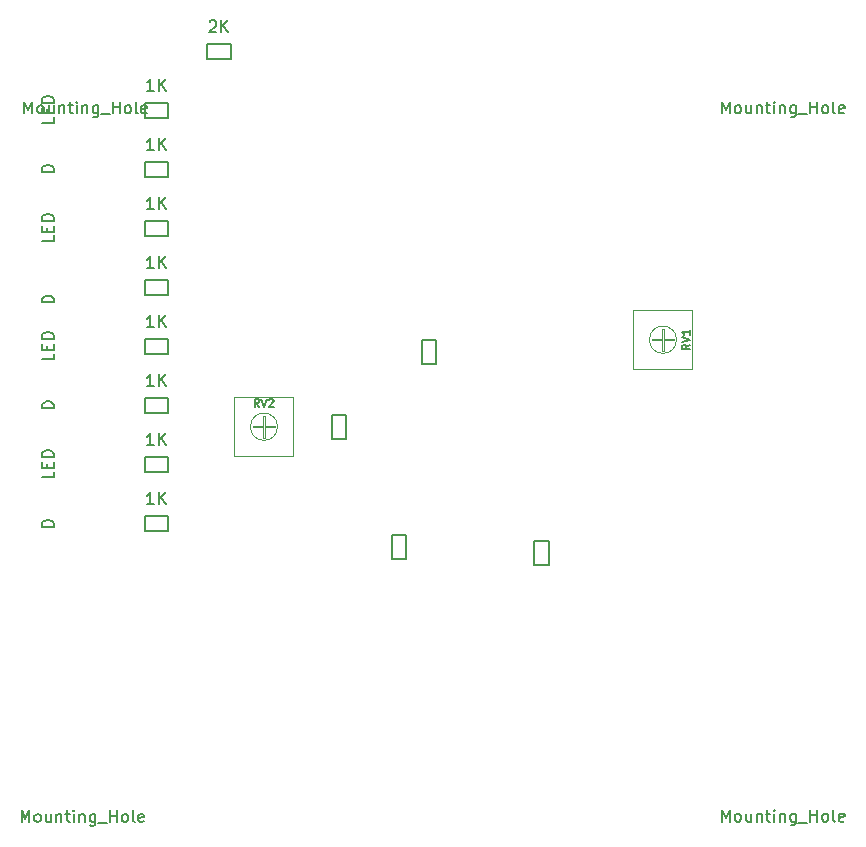
<source format=gbr>
G04 #@! TF.GenerationSoftware,KiCad,Pcbnew,5.0.0-rc2*
G04 #@! TF.CreationDate,2019-06-04T00:54:00-04:00*
G04 #@! TF.ProjectId,gassensor,67617373656E736F722E6B696361645F,rev?*
G04 #@! TF.SameCoordinates,Original*
G04 #@! TF.FileFunction,Other,Fab,Top*
%FSLAX46Y46*%
G04 Gerber Fmt 4.6, Leading zero omitted, Abs format (unit mm)*
G04 Created by KiCad (PCBNEW 5.0.0-rc2) date Tue Jun  4 00:54:00 2019*
%MOMM*%
%LPD*%
G01*
G04 APERTURE LIST*
%ADD10C,0.150000*%
%ADD11C,0.100000*%
G04 APERTURE END LIST*
D10*
G04 #@! TO.C,C1*
X130165000Y-108950000D02*
X128915000Y-108950000D01*
X130165000Y-106950000D02*
X130165000Y-108950000D01*
X128915000Y-106950000D02*
X130165000Y-106950000D01*
X128915000Y-108950000D02*
X128915000Y-106950000D01*
G04 #@! TO.C,C2*
X142230000Y-107458000D02*
X142230000Y-109458000D01*
X142230000Y-109458000D02*
X140980000Y-109458000D01*
X140980000Y-109458000D02*
X140980000Y-107458000D01*
X140980000Y-107458000D02*
X142230000Y-107458000D01*
G04 #@! TO.C,R1*
X131455000Y-92440000D02*
X131455000Y-90440000D01*
X131455000Y-90440000D02*
X132705000Y-90440000D01*
X132705000Y-90440000D02*
X132705000Y-92440000D01*
X132705000Y-92440000D02*
X131455000Y-92440000D01*
G04 #@! TO.C,R2*
X115300000Y-65415000D02*
X115300000Y-66665000D01*
X113300000Y-65415000D02*
X115300000Y-65415000D01*
X113300000Y-66665000D02*
X113300000Y-65415000D01*
X115300000Y-66665000D02*
X113300000Y-66665000D01*
G04 #@! TO.C,R3*
X110000000Y-71625000D02*
X108000000Y-71625000D01*
X108000000Y-71625000D02*
X108000000Y-70375000D01*
X108000000Y-70375000D02*
X110000000Y-70375000D01*
X110000000Y-70375000D02*
X110000000Y-71625000D01*
G04 #@! TO.C,R4*
X110000000Y-75375000D02*
X110000000Y-76625000D01*
X108000000Y-75375000D02*
X110000000Y-75375000D01*
X108000000Y-76625000D02*
X108000000Y-75375000D01*
X110000000Y-76625000D02*
X108000000Y-76625000D01*
G04 #@! TO.C,R5*
X110000000Y-81625000D02*
X108000000Y-81625000D01*
X108000000Y-81625000D02*
X108000000Y-80375000D01*
X108000000Y-80375000D02*
X110000000Y-80375000D01*
X110000000Y-80375000D02*
X110000000Y-81625000D01*
G04 #@! TO.C,R6*
X110000000Y-85375000D02*
X110000000Y-86625000D01*
X108000000Y-85375000D02*
X110000000Y-85375000D01*
X108000000Y-86625000D02*
X108000000Y-85375000D01*
X110000000Y-86625000D02*
X108000000Y-86625000D01*
G04 #@! TO.C,R7*
X110000000Y-91625000D02*
X108000000Y-91625000D01*
X108000000Y-91625000D02*
X108000000Y-90375000D01*
X108000000Y-90375000D02*
X110000000Y-90375000D01*
X110000000Y-90375000D02*
X110000000Y-91625000D01*
G04 #@! TO.C,R8*
X110000000Y-96625000D02*
X108000000Y-96625000D01*
X108000000Y-96625000D02*
X108000000Y-95375000D01*
X108000000Y-95375000D02*
X110000000Y-95375000D01*
X110000000Y-95375000D02*
X110000000Y-96625000D01*
G04 #@! TO.C,R9*
X110000000Y-101625000D02*
X108000000Y-101625000D01*
X108000000Y-101625000D02*
X108000000Y-100375000D01*
X108000000Y-100375000D02*
X110000000Y-100375000D01*
X110000000Y-100375000D02*
X110000000Y-101625000D01*
G04 #@! TO.C,R10*
X110000000Y-105375000D02*
X110000000Y-106625000D01*
X108000000Y-105375000D02*
X110000000Y-105375000D01*
X108000000Y-106625000D02*
X108000000Y-105375000D01*
X110000000Y-106625000D02*
X108000000Y-106625000D01*
D11*
G04 #@! TO.C,RV1*
X153042000Y-90424000D02*
G75*
G03X153042000Y-90424000I-1150000J0D01*
G01*
X154392000Y-87924000D02*
X149392000Y-87924000D01*
X149392000Y-87924000D02*
X149392000Y-92924000D01*
X149392000Y-92924000D02*
X154392000Y-92924000D01*
X154392000Y-92924000D02*
X154392000Y-87924000D01*
X151950000Y-89504000D02*
X151950000Y-90366000D01*
X151950000Y-90366000D02*
X152812000Y-90366000D01*
X152812000Y-90366000D02*
X152812000Y-90482000D01*
X152812000Y-90482000D02*
X151950000Y-90482000D01*
X151950000Y-90482000D02*
X151950000Y-91344000D01*
X151950000Y-91344000D02*
X151834000Y-91344000D01*
X151834000Y-91344000D02*
X151834000Y-90482000D01*
X151834000Y-90482000D02*
X150972000Y-90482000D01*
X150972000Y-90482000D02*
X150972000Y-90366000D01*
X150972000Y-90366000D02*
X151834000Y-90366000D01*
X151834000Y-90366000D02*
X151834000Y-89504000D01*
X151834000Y-89504000D02*
X151950000Y-89504000D01*
D10*
G04 #@! TO.C,R13*
X125085000Y-98790000D02*
X123835000Y-98790000D01*
X125085000Y-96790000D02*
X125085000Y-98790000D01*
X123835000Y-96790000D02*
X125085000Y-96790000D01*
X123835000Y-98790000D02*
X123835000Y-96790000D01*
D11*
G04 #@! TO.C,RV2*
X119260000Y-97790000D02*
G75*
G03X119260000Y-97790000I-1150000J0D01*
G01*
X115610000Y-95290000D02*
X115610000Y-100290000D01*
X115610000Y-100290000D02*
X120610000Y-100290000D01*
X120610000Y-100290000D02*
X120610000Y-95290000D01*
X120610000Y-95290000D02*
X115610000Y-95290000D01*
X117190000Y-97732000D02*
X118052000Y-97732000D01*
X118052000Y-97732000D02*
X118052000Y-96870000D01*
X118052000Y-96870000D02*
X118168000Y-96870000D01*
X118168000Y-96870000D02*
X118168000Y-97732000D01*
X118168000Y-97732000D02*
X119030000Y-97732000D01*
X119030000Y-97732000D02*
X119030000Y-97848000D01*
X119030000Y-97848000D02*
X118168000Y-97848000D01*
X118168000Y-97848000D02*
X118168000Y-98710000D01*
X118168000Y-98710000D02*
X118052000Y-98710000D01*
X118052000Y-98710000D02*
X118052000Y-97848000D01*
X118052000Y-97848000D02*
X117190000Y-97848000D01*
X117190000Y-97848000D02*
X117190000Y-97732000D01*
G04 #@! TD*
G04 #@! TO.C,MK4*
D10*
X156885333Y-71252380D02*
X156885333Y-70252380D01*
X157218666Y-70966666D01*
X157551999Y-70252380D01*
X157551999Y-71252380D01*
X158171047Y-71252380D02*
X158075809Y-71204761D01*
X158028190Y-71157142D01*
X157980571Y-71061904D01*
X157980571Y-70776190D01*
X158028190Y-70680952D01*
X158075809Y-70633333D01*
X158171047Y-70585714D01*
X158313904Y-70585714D01*
X158409142Y-70633333D01*
X158456761Y-70680952D01*
X158504380Y-70776190D01*
X158504380Y-71061904D01*
X158456761Y-71157142D01*
X158409142Y-71204761D01*
X158313904Y-71252380D01*
X158171047Y-71252380D01*
X159361523Y-70585714D02*
X159361523Y-71252380D01*
X158932952Y-70585714D02*
X158932952Y-71109523D01*
X158980571Y-71204761D01*
X159075809Y-71252380D01*
X159218666Y-71252380D01*
X159313904Y-71204761D01*
X159361523Y-71157142D01*
X159837714Y-70585714D02*
X159837714Y-71252380D01*
X159837714Y-70680952D02*
X159885333Y-70633333D01*
X159980571Y-70585714D01*
X160123428Y-70585714D01*
X160218666Y-70633333D01*
X160266285Y-70728571D01*
X160266285Y-71252380D01*
X160599619Y-70585714D02*
X160980571Y-70585714D01*
X160742476Y-70252380D02*
X160742476Y-71109523D01*
X160790095Y-71204761D01*
X160885333Y-71252380D01*
X160980571Y-71252380D01*
X161313904Y-71252380D02*
X161313904Y-70585714D01*
X161313904Y-70252380D02*
X161266285Y-70300000D01*
X161313904Y-70347619D01*
X161361523Y-70300000D01*
X161313904Y-70252380D01*
X161313904Y-70347619D01*
X161790095Y-70585714D02*
X161790095Y-71252380D01*
X161790095Y-70680952D02*
X161837714Y-70633333D01*
X161932952Y-70585714D01*
X162075809Y-70585714D01*
X162171047Y-70633333D01*
X162218666Y-70728571D01*
X162218666Y-71252380D01*
X163123428Y-70585714D02*
X163123428Y-71395238D01*
X163075809Y-71490476D01*
X163028190Y-71538095D01*
X162932952Y-71585714D01*
X162790095Y-71585714D01*
X162694857Y-71538095D01*
X163123428Y-71204761D02*
X163028190Y-71252380D01*
X162837714Y-71252380D01*
X162742476Y-71204761D01*
X162694857Y-71157142D01*
X162647238Y-71061904D01*
X162647238Y-70776190D01*
X162694857Y-70680952D01*
X162742476Y-70633333D01*
X162837714Y-70585714D01*
X163028190Y-70585714D01*
X163123428Y-70633333D01*
X163361523Y-71347619D02*
X164123428Y-71347619D01*
X164361523Y-71252380D02*
X164361523Y-70252380D01*
X164361523Y-70728571D02*
X164932952Y-70728571D01*
X164932952Y-71252380D02*
X164932952Y-70252380D01*
X165551999Y-71252380D02*
X165456761Y-71204761D01*
X165409142Y-71157142D01*
X165361523Y-71061904D01*
X165361523Y-70776190D01*
X165409142Y-70680952D01*
X165456761Y-70633333D01*
X165551999Y-70585714D01*
X165694857Y-70585714D01*
X165790095Y-70633333D01*
X165837714Y-70680952D01*
X165885333Y-70776190D01*
X165885333Y-71061904D01*
X165837714Y-71157142D01*
X165790095Y-71204761D01*
X165694857Y-71252380D01*
X165551999Y-71252380D01*
X166456761Y-71252380D02*
X166361523Y-71204761D01*
X166313904Y-71109523D01*
X166313904Y-70252380D01*
X167218666Y-71204761D02*
X167123428Y-71252380D01*
X166932952Y-71252380D01*
X166837714Y-71204761D01*
X166790095Y-71109523D01*
X166790095Y-70728571D01*
X166837714Y-70633333D01*
X166932952Y-70585714D01*
X167123428Y-70585714D01*
X167218666Y-70633333D01*
X167266285Y-70728571D01*
X167266285Y-70823809D01*
X166790095Y-70919047D01*
G04 #@! TO.C,D3*
X100302380Y-71592857D02*
X100302380Y-72069047D01*
X99302380Y-72069047D01*
X99778571Y-71259523D02*
X99778571Y-70926190D01*
X100302380Y-70783333D02*
X100302380Y-71259523D01*
X99302380Y-71259523D01*
X99302380Y-70783333D01*
X100302380Y-70354761D02*
X99302380Y-70354761D01*
X99302380Y-70116666D01*
X99350000Y-69973809D01*
X99445238Y-69878571D01*
X99540476Y-69830952D01*
X99730952Y-69783333D01*
X99873809Y-69783333D01*
X100064285Y-69830952D01*
X100159523Y-69878571D01*
X100254761Y-69973809D01*
X100302380Y-70116666D01*
X100302380Y-70354761D01*
G04 #@! TO.C,D4*
X100302380Y-76211904D02*
X99302380Y-76211904D01*
X99302380Y-75973809D01*
X99350000Y-75830952D01*
X99445238Y-75735714D01*
X99540476Y-75688095D01*
X99730952Y-75640476D01*
X99873809Y-75640476D01*
X100064285Y-75688095D01*
X100159523Y-75735714D01*
X100254761Y-75830952D01*
X100302380Y-75973809D01*
X100302380Y-76211904D01*
G04 #@! TO.C,D5*
X100302380Y-81592857D02*
X100302380Y-82069047D01*
X99302380Y-82069047D01*
X99778571Y-81259523D02*
X99778571Y-80926190D01*
X100302380Y-80783333D02*
X100302380Y-81259523D01*
X99302380Y-81259523D01*
X99302380Y-80783333D01*
X100302380Y-80354761D02*
X99302380Y-80354761D01*
X99302380Y-80116666D01*
X99350000Y-79973809D01*
X99445238Y-79878571D01*
X99540476Y-79830952D01*
X99730952Y-79783333D01*
X99873809Y-79783333D01*
X100064285Y-79830952D01*
X100159523Y-79878571D01*
X100254761Y-79973809D01*
X100302380Y-80116666D01*
X100302380Y-80354761D01*
G04 #@! TO.C,D6*
X100332380Y-87251904D02*
X99332380Y-87251904D01*
X99332380Y-87013809D01*
X99380000Y-86870952D01*
X99475238Y-86775714D01*
X99570476Y-86728095D01*
X99760952Y-86680476D01*
X99903809Y-86680476D01*
X100094285Y-86728095D01*
X100189523Y-86775714D01*
X100284761Y-86870952D01*
X100332380Y-87013809D01*
X100332380Y-87251904D01*
G04 #@! TO.C,D7*
X100302380Y-91592857D02*
X100302380Y-92069047D01*
X99302380Y-92069047D01*
X99778571Y-91259523D02*
X99778571Y-90926190D01*
X100302380Y-90783333D02*
X100302380Y-91259523D01*
X99302380Y-91259523D01*
X99302380Y-90783333D01*
X100302380Y-90354761D02*
X99302380Y-90354761D01*
X99302380Y-90116666D01*
X99350000Y-89973809D01*
X99445238Y-89878571D01*
X99540476Y-89830952D01*
X99730952Y-89783333D01*
X99873809Y-89783333D01*
X100064285Y-89830952D01*
X100159523Y-89878571D01*
X100254761Y-89973809D01*
X100302380Y-90116666D01*
X100302380Y-90354761D01*
G04 #@! TO.C,D8*
X100302380Y-96211904D02*
X99302380Y-96211904D01*
X99302380Y-95973809D01*
X99350000Y-95830952D01*
X99445238Y-95735714D01*
X99540476Y-95688095D01*
X99730952Y-95640476D01*
X99873809Y-95640476D01*
X100064285Y-95688095D01*
X100159523Y-95735714D01*
X100254761Y-95830952D01*
X100302380Y-95973809D01*
X100302380Y-96211904D01*
G04 #@! TO.C,D9*
X100302380Y-101592857D02*
X100302380Y-102069047D01*
X99302380Y-102069047D01*
X99778571Y-101259523D02*
X99778571Y-100926190D01*
X100302380Y-100783333D02*
X100302380Y-101259523D01*
X99302380Y-101259523D01*
X99302380Y-100783333D01*
X100302380Y-100354761D02*
X99302380Y-100354761D01*
X99302380Y-100116666D01*
X99350000Y-99973809D01*
X99445238Y-99878571D01*
X99540476Y-99830952D01*
X99730952Y-99783333D01*
X99873809Y-99783333D01*
X100064285Y-99830952D01*
X100159523Y-99878571D01*
X100254761Y-99973809D01*
X100302380Y-100116666D01*
X100302380Y-100354761D01*
G04 #@! TO.C,D10*
X100302380Y-106251904D02*
X99302380Y-106251904D01*
X99302380Y-106013809D01*
X99350000Y-105870952D01*
X99445238Y-105775714D01*
X99540476Y-105728095D01*
X99730952Y-105680476D01*
X99873809Y-105680476D01*
X100064285Y-105728095D01*
X100159523Y-105775714D01*
X100254761Y-105870952D01*
X100302380Y-106013809D01*
X100302380Y-106251904D01*
G04 #@! TO.C,R2*
X113514285Y-63487619D02*
X113561904Y-63440000D01*
X113657142Y-63392380D01*
X113895238Y-63392380D01*
X113990476Y-63440000D01*
X114038095Y-63487619D01*
X114085714Y-63582857D01*
X114085714Y-63678095D01*
X114038095Y-63820952D01*
X113466666Y-64392380D01*
X114085714Y-64392380D01*
X114514285Y-64392380D02*
X114514285Y-63392380D01*
X115085714Y-64392380D02*
X114657142Y-63820952D01*
X115085714Y-63392380D02*
X114514285Y-63963809D01*
G04 #@! TO.C,R3*
X108785714Y-69352380D02*
X108214285Y-69352380D01*
X108499999Y-69352380D02*
X108499999Y-68352380D01*
X108404761Y-68495238D01*
X108309523Y-68590476D01*
X108214285Y-68638095D01*
X109214285Y-69352380D02*
X109214285Y-68352380D01*
X109785714Y-69352380D02*
X109357142Y-68780952D01*
X109785714Y-68352380D02*
X109214285Y-68923809D01*
G04 #@! TO.C,R4*
X108785714Y-74352380D02*
X108214285Y-74352380D01*
X108499999Y-74352380D02*
X108499999Y-73352380D01*
X108404761Y-73495238D01*
X108309523Y-73590476D01*
X108214285Y-73638095D01*
X109214285Y-74352380D02*
X109214285Y-73352380D01*
X109785714Y-74352380D02*
X109357142Y-73780952D01*
X109785714Y-73352380D02*
X109214285Y-73923809D01*
G04 #@! TO.C,R5*
X108785714Y-79352380D02*
X108214285Y-79352380D01*
X108499999Y-79352380D02*
X108499999Y-78352380D01*
X108404761Y-78495238D01*
X108309523Y-78590476D01*
X108214285Y-78638095D01*
X109214285Y-79352380D02*
X109214285Y-78352380D01*
X109785714Y-79352380D02*
X109357142Y-78780952D01*
X109785714Y-78352380D02*
X109214285Y-78923809D01*
G04 #@! TO.C,R6*
X108785714Y-84352380D02*
X108214285Y-84352380D01*
X108499999Y-84352380D02*
X108499999Y-83352380D01*
X108404761Y-83495238D01*
X108309523Y-83590476D01*
X108214285Y-83638095D01*
X109214285Y-84352380D02*
X109214285Y-83352380D01*
X109785714Y-84352380D02*
X109357142Y-83780952D01*
X109785714Y-83352380D02*
X109214285Y-83923809D01*
G04 #@! TO.C,R7*
X108785714Y-89352380D02*
X108214285Y-89352380D01*
X108499999Y-89352380D02*
X108499999Y-88352380D01*
X108404761Y-88495238D01*
X108309523Y-88590476D01*
X108214285Y-88638095D01*
X109214285Y-89352380D02*
X109214285Y-88352380D01*
X109785714Y-89352380D02*
X109357142Y-88780952D01*
X109785714Y-88352380D02*
X109214285Y-88923809D01*
G04 #@! TO.C,R8*
X108785714Y-94352380D02*
X108214285Y-94352380D01*
X108499999Y-94352380D02*
X108499999Y-93352380D01*
X108404761Y-93495238D01*
X108309523Y-93590476D01*
X108214285Y-93638095D01*
X109214285Y-94352380D02*
X109214285Y-93352380D01*
X109785714Y-94352380D02*
X109357142Y-93780952D01*
X109785714Y-93352380D02*
X109214285Y-93923809D01*
G04 #@! TO.C,R9*
X108785714Y-99352380D02*
X108214285Y-99352380D01*
X108499999Y-99352380D02*
X108499999Y-98352380D01*
X108404761Y-98495238D01*
X108309523Y-98590476D01*
X108214285Y-98638095D01*
X109214285Y-99352380D02*
X109214285Y-98352380D01*
X109785714Y-99352380D02*
X109357142Y-98780952D01*
X109785714Y-98352380D02*
X109214285Y-98923809D01*
G04 #@! TO.C,R10*
X108785714Y-104352380D02*
X108214285Y-104352380D01*
X108499999Y-104352380D02*
X108499999Y-103352380D01*
X108404761Y-103495238D01*
X108309523Y-103590476D01*
X108214285Y-103638095D01*
X109214285Y-104352380D02*
X109214285Y-103352380D01*
X109785714Y-104352380D02*
X109357142Y-103780952D01*
X109785714Y-103352380D02*
X109214285Y-103923809D01*
G04 #@! TO.C,RV1*
X154199619Y-90828761D02*
X153875809Y-91055428D01*
X154199619Y-91217333D02*
X153519619Y-91217333D01*
X153519619Y-90958285D01*
X153551999Y-90893523D01*
X153584380Y-90861142D01*
X153649142Y-90828761D01*
X153746285Y-90828761D01*
X153811047Y-90861142D01*
X153843428Y-90893523D01*
X153875809Y-90958285D01*
X153875809Y-91217333D01*
X153519619Y-90634476D02*
X154199619Y-90407809D01*
X153519619Y-90181142D01*
X154199619Y-89598285D02*
X154199619Y-89986857D01*
X154199619Y-89792571D02*
X153519619Y-89792571D01*
X153616761Y-89857333D01*
X153681523Y-89922095D01*
X153713904Y-89986857D01*
G04 #@! TO.C,RV2*
X117705238Y-96097619D02*
X117478571Y-95773809D01*
X117316666Y-96097619D02*
X117316666Y-95417619D01*
X117575714Y-95417619D01*
X117640476Y-95450000D01*
X117672857Y-95482380D01*
X117705238Y-95547142D01*
X117705238Y-95644285D01*
X117672857Y-95709047D01*
X117640476Y-95741428D01*
X117575714Y-95773809D01*
X117316666Y-95773809D01*
X117899523Y-95417619D02*
X118126190Y-96097619D01*
X118352857Y-95417619D01*
X118547142Y-95482380D02*
X118579523Y-95450000D01*
X118644285Y-95417619D01*
X118806190Y-95417619D01*
X118870952Y-95450000D01*
X118903333Y-95482380D01*
X118935714Y-95547142D01*
X118935714Y-95611904D01*
X118903333Y-95709047D01*
X118514761Y-96097619D01*
X118935714Y-96097619D01*
G04 #@! TO.C,MK1*
X97833333Y-71252380D02*
X97833333Y-70252380D01*
X98166666Y-70966666D01*
X98499999Y-70252380D01*
X98499999Y-71252380D01*
X99119047Y-71252380D02*
X99023809Y-71204761D01*
X98976190Y-71157142D01*
X98928571Y-71061904D01*
X98928571Y-70776190D01*
X98976190Y-70680952D01*
X99023809Y-70633333D01*
X99119047Y-70585714D01*
X99261904Y-70585714D01*
X99357142Y-70633333D01*
X99404761Y-70680952D01*
X99452380Y-70776190D01*
X99452380Y-71061904D01*
X99404761Y-71157142D01*
X99357142Y-71204761D01*
X99261904Y-71252380D01*
X99119047Y-71252380D01*
X100309523Y-70585714D02*
X100309523Y-71252380D01*
X99880952Y-70585714D02*
X99880952Y-71109523D01*
X99928571Y-71204761D01*
X100023809Y-71252380D01*
X100166666Y-71252380D01*
X100261904Y-71204761D01*
X100309523Y-71157142D01*
X100785714Y-70585714D02*
X100785714Y-71252380D01*
X100785714Y-70680952D02*
X100833333Y-70633333D01*
X100928571Y-70585714D01*
X101071428Y-70585714D01*
X101166666Y-70633333D01*
X101214285Y-70728571D01*
X101214285Y-71252380D01*
X101547619Y-70585714D02*
X101928571Y-70585714D01*
X101690476Y-70252380D02*
X101690476Y-71109523D01*
X101738095Y-71204761D01*
X101833333Y-71252380D01*
X101928571Y-71252380D01*
X102261904Y-71252380D02*
X102261904Y-70585714D01*
X102261904Y-70252380D02*
X102214285Y-70300000D01*
X102261904Y-70347619D01*
X102309523Y-70300000D01*
X102261904Y-70252380D01*
X102261904Y-70347619D01*
X102738095Y-70585714D02*
X102738095Y-71252380D01*
X102738095Y-70680952D02*
X102785714Y-70633333D01*
X102880952Y-70585714D01*
X103023809Y-70585714D01*
X103119047Y-70633333D01*
X103166666Y-70728571D01*
X103166666Y-71252380D01*
X104071428Y-70585714D02*
X104071428Y-71395238D01*
X104023809Y-71490476D01*
X103976190Y-71538095D01*
X103880952Y-71585714D01*
X103738095Y-71585714D01*
X103642857Y-71538095D01*
X104071428Y-71204761D02*
X103976190Y-71252380D01*
X103785714Y-71252380D01*
X103690476Y-71204761D01*
X103642857Y-71157142D01*
X103595238Y-71061904D01*
X103595238Y-70776190D01*
X103642857Y-70680952D01*
X103690476Y-70633333D01*
X103785714Y-70585714D01*
X103976190Y-70585714D01*
X104071428Y-70633333D01*
X104309523Y-71347619D02*
X105071428Y-71347619D01*
X105309523Y-71252380D02*
X105309523Y-70252380D01*
X105309523Y-70728571D02*
X105880952Y-70728571D01*
X105880952Y-71252380D02*
X105880952Y-70252380D01*
X106499999Y-71252380D02*
X106404761Y-71204761D01*
X106357142Y-71157142D01*
X106309523Y-71061904D01*
X106309523Y-70776190D01*
X106357142Y-70680952D01*
X106404761Y-70633333D01*
X106499999Y-70585714D01*
X106642857Y-70585714D01*
X106738095Y-70633333D01*
X106785714Y-70680952D01*
X106833333Y-70776190D01*
X106833333Y-71061904D01*
X106785714Y-71157142D01*
X106738095Y-71204761D01*
X106642857Y-71252380D01*
X106499999Y-71252380D01*
X107404761Y-71252380D02*
X107309523Y-71204761D01*
X107261904Y-71109523D01*
X107261904Y-70252380D01*
X108166666Y-71204761D02*
X108071428Y-71252380D01*
X107880952Y-71252380D01*
X107785714Y-71204761D01*
X107738095Y-71109523D01*
X107738095Y-70728571D01*
X107785714Y-70633333D01*
X107880952Y-70585714D01*
X108071428Y-70585714D01*
X108166666Y-70633333D01*
X108214285Y-70728571D01*
X108214285Y-70823809D01*
X107738095Y-70919047D01*
G04 #@! TO.C,MK2*
X97583333Y-131252380D02*
X97583333Y-130252380D01*
X97916666Y-130966666D01*
X98249999Y-130252380D01*
X98249999Y-131252380D01*
X98869047Y-131252380D02*
X98773809Y-131204761D01*
X98726190Y-131157142D01*
X98678571Y-131061904D01*
X98678571Y-130776190D01*
X98726190Y-130680952D01*
X98773809Y-130633333D01*
X98869047Y-130585714D01*
X99011904Y-130585714D01*
X99107142Y-130633333D01*
X99154761Y-130680952D01*
X99202380Y-130776190D01*
X99202380Y-131061904D01*
X99154761Y-131157142D01*
X99107142Y-131204761D01*
X99011904Y-131252380D01*
X98869047Y-131252380D01*
X100059523Y-130585714D02*
X100059523Y-131252380D01*
X99630952Y-130585714D02*
X99630952Y-131109523D01*
X99678571Y-131204761D01*
X99773809Y-131252380D01*
X99916666Y-131252380D01*
X100011904Y-131204761D01*
X100059523Y-131157142D01*
X100535714Y-130585714D02*
X100535714Y-131252380D01*
X100535714Y-130680952D02*
X100583333Y-130633333D01*
X100678571Y-130585714D01*
X100821428Y-130585714D01*
X100916666Y-130633333D01*
X100964285Y-130728571D01*
X100964285Y-131252380D01*
X101297619Y-130585714D02*
X101678571Y-130585714D01*
X101440476Y-130252380D02*
X101440476Y-131109523D01*
X101488095Y-131204761D01*
X101583333Y-131252380D01*
X101678571Y-131252380D01*
X102011904Y-131252380D02*
X102011904Y-130585714D01*
X102011904Y-130252380D02*
X101964285Y-130300000D01*
X102011904Y-130347619D01*
X102059523Y-130300000D01*
X102011904Y-130252380D01*
X102011904Y-130347619D01*
X102488095Y-130585714D02*
X102488095Y-131252380D01*
X102488095Y-130680952D02*
X102535714Y-130633333D01*
X102630952Y-130585714D01*
X102773809Y-130585714D01*
X102869047Y-130633333D01*
X102916666Y-130728571D01*
X102916666Y-131252380D01*
X103821428Y-130585714D02*
X103821428Y-131395238D01*
X103773809Y-131490476D01*
X103726190Y-131538095D01*
X103630952Y-131585714D01*
X103488095Y-131585714D01*
X103392857Y-131538095D01*
X103821428Y-131204761D02*
X103726190Y-131252380D01*
X103535714Y-131252380D01*
X103440476Y-131204761D01*
X103392857Y-131157142D01*
X103345238Y-131061904D01*
X103345238Y-130776190D01*
X103392857Y-130680952D01*
X103440476Y-130633333D01*
X103535714Y-130585714D01*
X103726190Y-130585714D01*
X103821428Y-130633333D01*
X104059523Y-131347619D02*
X104821428Y-131347619D01*
X105059523Y-131252380D02*
X105059523Y-130252380D01*
X105059523Y-130728571D02*
X105630952Y-130728571D01*
X105630952Y-131252380D02*
X105630952Y-130252380D01*
X106249999Y-131252380D02*
X106154761Y-131204761D01*
X106107142Y-131157142D01*
X106059523Y-131061904D01*
X106059523Y-130776190D01*
X106107142Y-130680952D01*
X106154761Y-130633333D01*
X106249999Y-130585714D01*
X106392857Y-130585714D01*
X106488095Y-130633333D01*
X106535714Y-130680952D01*
X106583333Y-130776190D01*
X106583333Y-131061904D01*
X106535714Y-131157142D01*
X106488095Y-131204761D01*
X106392857Y-131252380D01*
X106249999Y-131252380D01*
X107154761Y-131252380D02*
X107059523Y-131204761D01*
X107011904Y-131109523D01*
X107011904Y-130252380D01*
X107916666Y-131204761D02*
X107821428Y-131252380D01*
X107630952Y-131252380D01*
X107535714Y-131204761D01*
X107488095Y-131109523D01*
X107488095Y-130728571D01*
X107535714Y-130633333D01*
X107630952Y-130585714D01*
X107821428Y-130585714D01*
X107916666Y-130633333D01*
X107964285Y-130728571D01*
X107964285Y-130823809D01*
X107488095Y-130919047D01*
G04 #@! TO.C,MK3*
X156885333Y-131212380D02*
X156885333Y-130212380D01*
X157218666Y-130926666D01*
X157551999Y-130212380D01*
X157551999Y-131212380D01*
X158171047Y-131212380D02*
X158075809Y-131164761D01*
X158028190Y-131117142D01*
X157980571Y-131021904D01*
X157980571Y-130736190D01*
X158028190Y-130640952D01*
X158075809Y-130593333D01*
X158171047Y-130545714D01*
X158313904Y-130545714D01*
X158409142Y-130593333D01*
X158456761Y-130640952D01*
X158504380Y-130736190D01*
X158504380Y-131021904D01*
X158456761Y-131117142D01*
X158409142Y-131164761D01*
X158313904Y-131212380D01*
X158171047Y-131212380D01*
X159361523Y-130545714D02*
X159361523Y-131212380D01*
X158932952Y-130545714D02*
X158932952Y-131069523D01*
X158980571Y-131164761D01*
X159075809Y-131212380D01*
X159218666Y-131212380D01*
X159313904Y-131164761D01*
X159361523Y-131117142D01*
X159837714Y-130545714D02*
X159837714Y-131212380D01*
X159837714Y-130640952D02*
X159885333Y-130593333D01*
X159980571Y-130545714D01*
X160123428Y-130545714D01*
X160218666Y-130593333D01*
X160266285Y-130688571D01*
X160266285Y-131212380D01*
X160599619Y-130545714D02*
X160980571Y-130545714D01*
X160742476Y-130212380D02*
X160742476Y-131069523D01*
X160790095Y-131164761D01*
X160885333Y-131212380D01*
X160980571Y-131212380D01*
X161313904Y-131212380D02*
X161313904Y-130545714D01*
X161313904Y-130212380D02*
X161266285Y-130260000D01*
X161313904Y-130307619D01*
X161361523Y-130260000D01*
X161313904Y-130212380D01*
X161313904Y-130307619D01*
X161790095Y-130545714D02*
X161790095Y-131212380D01*
X161790095Y-130640952D02*
X161837714Y-130593333D01*
X161932952Y-130545714D01*
X162075809Y-130545714D01*
X162171047Y-130593333D01*
X162218666Y-130688571D01*
X162218666Y-131212380D01*
X163123428Y-130545714D02*
X163123428Y-131355238D01*
X163075809Y-131450476D01*
X163028190Y-131498095D01*
X162932952Y-131545714D01*
X162790095Y-131545714D01*
X162694857Y-131498095D01*
X163123428Y-131164761D02*
X163028190Y-131212380D01*
X162837714Y-131212380D01*
X162742476Y-131164761D01*
X162694857Y-131117142D01*
X162647238Y-131021904D01*
X162647238Y-130736190D01*
X162694857Y-130640952D01*
X162742476Y-130593333D01*
X162837714Y-130545714D01*
X163028190Y-130545714D01*
X163123428Y-130593333D01*
X163361523Y-131307619D02*
X164123428Y-131307619D01*
X164361523Y-131212380D02*
X164361523Y-130212380D01*
X164361523Y-130688571D02*
X164932952Y-130688571D01*
X164932952Y-131212380D02*
X164932952Y-130212380D01*
X165551999Y-131212380D02*
X165456761Y-131164761D01*
X165409142Y-131117142D01*
X165361523Y-131021904D01*
X165361523Y-130736190D01*
X165409142Y-130640952D01*
X165456761Y-130593333D01*
X165551999Y-130545714D01*
X165694857Y-130545714D01*
X165790095Y-130593333D01*
X165837714Y-130640952D01*
X165885333Y-130736190D01*
X165885333Y-131021904D01*
X165837714Y-131117142D01*
X165790095Y-131164761D01*
X165694857Y-131212380D01*
X165551999Y-131212380D01*
X166456761Y-131212380D02*
X166361523Y-131164761D01*
X166313904Y-131069523D01*
X166313904Y-130212380D01*
X167218666Y-131164761D02*
X167123428Y-131212380D01*
X166932952Y-131212380D01*
X166837714Y-131164761D01*
X166790095Y-131069523D01*
X166790095Y-130688571D01*
X166837714Y-130593333D01*
X166932952Y-130545714D01*
X167123428Y-130545714D01*
X167218666Y-130593333D01*
X167266285Y-130688571D01*
X167266285Y-130783809D01*
X166790095Y-130879047D01*
G04 #@! TD*
M02*

</source>
